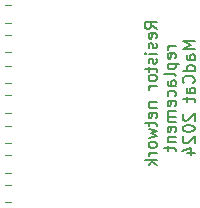
<source format=gbr>
%TF.GenerationSoftware,KiCad,Pcbnew,7.0.11*%
%TF.CreationDate,2024-05-08T00:17:06+03:00*%
%TF.ProjectId,rndip16,726e6469-7031-4362-9e6b-696361645f70,rev?*%
%TF.SameCoordinates,Original*%
%TF.FileFunction,Legend,Bot*%
%TF.FilePolarity,Positive*%
%FSLAX46Y46*%
G04 Gerber Fmt 4.6, Leading zero omitted, Abs format (unit mm)*
G04 Created by KiCad (PCBNEW 7.0.11) date 2024-05-08 00:17:06*
%MOMM*%
%LPD*%
G01*
G04 APERTURE LIST*
%ADD10C,0.150000*%
%ADD11C,0.120000*%
G04 APERTURE END LIST*
D10*
X71859219Y-51342065D02*
X71383028Y-51008732D01*
X71859219Y-50770637D02*
X70859219Y-50770637D01*
X70859219Y-50770637D02*
X70859219Y-51151589D01*
X70859219Y-51151589D02*
X70906838Y-51246827D01*
X70906838Y-51246827D02*
X70954457Y-51294446D01*
X70954457Y-51294446D02*
X71049695Y-51342065D01*
X71049695Y-51342065D02*
X71192552Y-51342065D01*
X71192552Y-51342065D02*
X71287790Y-51294446D01*
X71287790Y-51294446D02*
X71335409Y-51246827D01*
X71335409Y-51246827D02*
X71383028Y-51151589D01*
X71383028Y-51151589D02*
X71383028Y-50770637D01*
X71811600Y-52151589D02*
X71859219Y-52056351D01*
X71859219Y-52056351D02*
X71859219Y-51865875D01*
X71859219Y-51865875D02*
X71811600Y-51770637D01*
X71811600Y-51770637D02*
X71716361Y-51723018D01*
X71716361Y-51723018D02*
X71335409Y-51723018D01*
X71335409Y-51723018D02*
X71240171Y-51770637D01*
X71240171Y-51770637D02*
X71192552Y-51865875D01*
X71192552Y-51865875D02*
X71192552Y-52056351D01*
X71192552Y-52056351D02*
X71240171Y-52151589D01*
X71240171Y-52151589D02*
X71335409Y-52199208D01*
X71335409Y-52199208D02*
X71430647Y-52199208D01*
X71430647Y-52199208D02*
X71525885Y-51723018D01*
X71811600Y-52580161D02*
X71859219Y-52675399D01*
X71859219Y-52675399D02*
X71859219Y-52865875D01*
X71859219Y-52865875D02*
X71811600Y-52961113D01*
X71811600Y-52961113D02*
X71716361Y-53008732D01*
X71716361Y-53008732D02*
X71668742Y-53008732D01*
X71668742Y-53008732D02*
X71573504Y-52961113D01*
X71573504Y-52961113D02*
X71525885Y-52865875D01*
X71525885Y-52865875D02*
X71525885Y-52723018D01*
X71525885Y-52723018D02*
X71478266Y-52627780D01*
X71478266Y-52627780D02*
X71383028Y-52580161D01*
X71383028Y-52580161D02*
X71335409Y-52580161D01*
X71335409Y-52580161D02*
X71240171Y-52627780D01*
X71240171Y-52627780D02*
X71192552Y-52723018D01*
X71192552Y-52723018D02*
X71192552Y-52865875D01*
X71192552Y-52865875D02*
X71240171Y-52961113D01*
X71859219Y-53437304D02*
X71192552Y-53437304D01*
X70859219Y-53437304D02*
X70906838Y-53389685D01*
X70906838Y-53389685D02*
X70954457Y-53437304D01*
X70954457Y-53437304D02*
X70906838Y-53484923D01*
X70906838Y-53484923D02*
X70859219Y-53437304D01*
X70859219Y-53437304D02*
X70954457Y-53437304D01*
X71811600Y-53865875D02*
X71859219Y-53961113D01*
X71859219Y-53961113D02*
X71859219Y-54151589D01*
X71859219Y-54151589D02*
X71811600Y-54246827D01*
X71811600Y-54246827D02*
X71716361Y-54294446D01*
X71716361Y-54294446D02*
X71668742Y-54294446D01*
X71668742Y-54294446D02*
X71573504Y-54246827D01*
X71573504Y-54246827D02*
X71525885Y-54151589D01*
X71525885Y-54151589D02*
X71525885Y-54008732D01*
X71525885Y-54008732D02*
X71478266Y-53913494D01*
X71478266Y-53913494D02*
X71383028Y-53865875D01*
X71383028Y-53865875D02*
X71335409Y-53865875D01*
X71335409Y-53865875D02*
X71240171Y-53913494D01*
X71240171Y-53913494D02*
X71192552Y-54008732D01*
X71192552Y-54008732D02*
X71192552Y-54151589D01*
X71192552Y-54151589D02*
X71240171Y-54246827D01*
X71192552Y-54580161D02*
X71192552Y-54961113D01*
X70859219Y-54723018D02*
X71716361Y-54723018D01*
X71716361Y-54723018D02*
X71811600Y-54770637D01*
X71811600Y-54770637D02*
X71859219Y-54865875D01*
X71859219Y-54865875D02*
X71859219Y-54961113D01*
X71859219Y-55437304D02*
X71811600Y-55342066D01*
X71811600Y-55342066D02*
X71763980Y-55294447D01*
X71763980Y-55294447D02*
X71668742Y-55246828D01*
X71668742Y-55246828D02*
X71383028Y-55246828D01*
X71383028Y-55246828D02*
X71287790Y-55294447D01*
X71287790Y-55294447D02*
X71240171Y-55342066D01*
X71240171Y-55342066D02*
X71192552Y-55437304D01*
X71192552Y-55437304D02*
X71192552Y-55580161D01*
X71192552Y-55580161D02*
X71240171Y-55675399D01*
X71240171Y-55675399D02*
X71287790Y-55723018D01*
X71287790Y-55723018D02*
X71383028Y-55770637D01*
X71383028Y-55770637D02*
X71668742Y-55770637D01*
X71668742Y-55770637D02*
X71763980Y-55723018D01*
X71763980Y-55723018D02*
X71811600Y-55675399D01*
X71811600Y-55675399D02*
X71859219Y-55580161D01*
X71859219Y-55580161D02*
X71859219Y-55437304D01*
X71859219Y-56199209D02*
X71192552Y-56199209D01*
X71383028Y-56199209D02*
X71287790Y-56246828D01*
X71287790Y-56246828D02*
X71240171Y-56294447D01*
X71240171Y-56294447D02*
X71192552Y-56389685D01*
X71192552Y-56389685D02*
X71192552Y-56484923D01*
X71192552Y-57580162D02*
X71859219Y-57580162D01*
X71287790Y-57580162D02*
X71240171Y-57627781D01*
X71240171Y-57627781D02*
X71192552Y-57723019D01*
X71192552Y-57723019D02*
X71192552Y-57865876D01*
X71192552Y-57865876D02*
X71240171Y-57961114D01*
X71240171Y-57961114D02*
X71335409Y-58008733D01*
X71335409Y-58008733D02*
X71859219Y-58008733D01*
X71811600Y-58865876D02*
X71859219Y-58770638D01*
X71859219Y-58770638D02*
X71859219Y-58580162D01*
X71859219Y-58580162D02*
X71811600Y-58484924D01*
X71811600Y-58484924D02*
X71716361Y-58437305D01*
X71716361Y-58437305D02*
X71335409Y-58437305D01*
X71335409Y-58437305D02*
X71240171Y-58484924D01*
X71240171Y-58484924D02*
X71192552Y-58580162D01*
X71192552Y-58580162D02*
X71192552Y-58770638D01*
X71192552Y-58770638D02*
X71240171Y-58865876D01*
X71240171Y-58865876D02*
X71335409Y-58913495D01*
X71335409Y-58913495D02*
X71430647Y-58913495D01*
X71430647Y-58913495D02*
X71525885Y-58437305D01*
X71192552Y-59199210D02*
X71192552Y-59580162D01*
X70859219Y-59342067D02*
X71716361Y-59342067D01*
X71716361Y-59342067D02*
X71811600Y-59389686D01*
X71811600Y-59389686D02*
X71859219Y-59484924D01*
X71859219Y-59484924D02*
X71859219Y-59580162D01*
X71192552Y-59818258D02*
X71859219Y-60008734D01*
X71859219Y-60008734D02*
X71383028Y-60199210D01*
X71383028Y-60199210D02*
X71859219Y-60389686D01*
X71859219Y-60389686D02*
X71192552Y-60580162D01*
X71859219Y-61103972D02*
X71811600Y-61008734D01*
X71811600Y-61008734D02*
X71763980Y-60961115D01*
X71763980Y-60961115D02*
X71668742Y-60913496D01*
X71668742Y-60913496D02*
X71383028Y-60913496D01*
X71383028Y-60913496D02*
X71287790Y-60961115D01*
X71287790Y-60961115D02*
X71240171Y-61008734D01*
X71240171Y-61008734D02*
X71192552Y-61103972D01*
X71192552Y-61103972D02*
X71192552Y-61246829D01*
X71192552Y-61246829D02*
X71240171Y-61342067D01*
X71240171Y-61342067D02*
X71287790Y-61389686D01*
X71287790Y-61389686D02*
X71383028Y-61437305D01*
X71383028Y-61437305D02*
X71668742Y-61437305D01*
X71668742Y-61437305D02*
X71763980Y-61389686D01*
X71763980Y-61389686D02*
X71811600Y-61342067D01*
X71811600Y-61342067D02*
X71859219Y-61246829D01*
X71859219Y-61246829D02*
X71859219Y-61103972D01*
X71859219Y-61865877D02*
X71192552Y-61865877D01*
X71383028Y-61865877D02*
X71287790Y-61913496D01*
X71287790Y-61913496D02*
X71240171Y-61961115D01*
X71240171Y-61961115D02*
X71192552Y-62056353D01*
X71192552Y-62056353D02*
X71192552Y-62151591D01*
X71859219Y-62484925D02*
X70859219Y-62484925D01*
X71478266Y-62580163D02*
X71859219Y-62865877D01*
X71192552Y-62865877D02*
X71573504Y-62484925D01*
X73469219Y-52818256D02*
X72802552Y-52818256D01*
X72993028Y-52818256D02*
X72897790Y-52865875D01*
X72897790Y-52865875D02*
X72850171Y-52913494D01*
X72850171Y-52913494D02*
X72802552Y-53008732D01*
X72802552Y-53008732D02*
X72802552Y-53103970D01*
X73421600Y-53818256D02*
X73469219Y-53723018D01*
X73469219Y-53723018D02*
X73469219Y-53532542D01*
X73469219Y-53532542D02*
X73421600Y-53437304D01*
X73421600Y-53437304D02*
X73326361Y-53389685D01*
X73326361Y-53389685D02*
X72945409Y-53389685D01*
X72945409Y-53389685D02*
X72850171Y-53437304D01*
X72850171Y-53437304D02*
X72802552Y-53532542D01*
X72802552Y-53532542D02*
X72802552Y-53723018D01*
X72802552Y-53723018D02*
X72850171Y-53818256D01*
X72850171Y-53818256D02*
X72945409Y-53865875D01*
X72945409Y-53865875D02*
X73040647Y-53865875D01*
X73040647Y-53865875D02*
X73135885Y-53389685D01*
X72802552Y-54294447D02*
X73802552Y-54294447D01*
X72850171Y-54294447D02*
X72802552Y-54389685D01*
X72802552Y-54389685D02*
X72802552Y-54580161D01*
X72802552Y-54580161D02*
X72850171Y-54675399D01*
X72850171Y-54675399D02*
X72897790Y-54723018D01*
X72897790Y-54723018D02*
X72993028Y-54770637D01*
X72993028Y-54770637D02*
X73278742Y-54770637D01*
X73278742Y-54770637D02*
X73373980Y-54723018D01*
X73373980Y-54723018D02*
X73421600Y-54675399D01*
X73421600Y-54675399D02*
X73469219Y-54580161D01*
X73469219Y-54580161D02*
X73469219Y-54389685D01*
X73469219Y-54389685D02*
X73421600Y-54294447D01*
X73469219Y-55342066D02*
X73421600Y-55246828D01*
X73421600Y-55246828D02*
X73326361Y-55199209D01*
X73326361Y-55199209D02*
X72469219Y-55199209D01*
X73469219Y-56151590D02*
X72945409Y-56151590D01*
X72945409Y-56151590D02*
X72850171Y-56103971D01*
X72850171Y-56103971D02*
X72802552Y-56008733D01*
X72802552Y-56008733D02*
X72802552Y-55818257D01*
X72802552Y-55818257D02*
X72850171Y-55723019D01*
X73421600Y-56151590D02*
X73469219Y-56056352D01*
X73469219Y-56056352D02*
X73469219Y-55818257D01*
X73469219Y-55818257D02*
X73421600Y-55723019D01*
X73421600Y-55723019D02*
X73326361Y-55675400D01*
X73326361Y-55675400D02*
X73231123Y-55675400D01*
X73231123Y-55675400D02*
X73135885Y-55723019D01*
X73135885Y-55723019D02*
X73088266Y-55818257D01*
X73088266Y-55818257D02*
X73088266Y-56056352D01*
X73088266Y-56056352D02*
X73040647Y-56151590D01*
X73421600Y-57056352D02*
X73469219Y-56961114D01*
X73469219Y-56961114D02*
X73469219Y-56770638D01*
X73469219Y-56770638D02*
X73421600Y-56675400D01*
X73421600Y-56675400D02*
X73373980Y-56627781D01*
X73373980Y-56627781D02*
X73278742Y-56580162D01*
X73278742Y-56580162D02*
X72993028Y-56580162D01*
X72993028Y-56580162D02*
X72897790Y-56627781D01*
X72897790Y-56627781D02*
X72850171Y-56675400D01*
X72850171Y-56675400D02*
X72802552Y-56770638D01*
X72802552Y-56770638D02*
X72802552Y-56961114D01*
X72802552Y-56961114D02*
X72850171Y-57056352D01*
X73421600Y-57865876D02*
X73469219Y-57770638D01*
X73469219Y-57770638D02*
X73469219Y-57580162D01*
X73469219Y-57580162D02*
X73421600Y-57484924D01*
X73421600Y-57484924D02*
X73326361Y-57437305D01*
X73326361Y-57437305D02*
X72945409Y-57437305D01*
X72945409Y-57437305D02*
X72850171Y-57484924D01*
X72850171Y-57484924D02*
X72802552Y-57580162D01*
X72802552Y-57580162D02*
X72802552Y-57770638D01*
X72802552Y-57770638D02*
X72850171Y-57865876D01*
X72850171Y-57865876D02*
X72945409Y-57913495D01*
X72945409Y-57913495D02*
X73040647Y-57913495D01*
X73040647Y-57913495D02*
X73135885Y-57437305D01*
X73469219Y-58342067D02*
X72802552Y-58342067D01*
X72897790Y-58342067D02*
X72850171Y-58389686D01*
X72850171Y-58389686D02*
X72802552Y-58484924D01*
X72802552Y-58484924D02*
X72802552Y-58627781D01*
X72802552Y-58627781D02*
X72850171Y-58723019D01*
X72850171Y-58723019D02*
X72945409Y-58770638D01*
X72945409Y-58770638D02*
X73469219Y-58770638D01*
X72945409Y-58770638D02*
X72850171Y-58818257D01*
X72850171Y-58818257D02*
X72802552Y-58913495D01*
X72802552Y-58913495D02*
X72802552Y-59056352D01*
X72802552Y-59056352D02*
X72850171Y-59151591D01*
X72850171Y-59151591D02*
X72945409Y-59199210D01*
X72945409Y-59199210D02*
X73469219Y-59199210D01*
X73421600Y-60056352D02*
X73469219Y-59961114D01*
X73469219Y-59961114D02*
X73469219Y-59770638D01*
X73469219Y-59770638D02*
X73421600Y-59675400D01*
X73421600Y-59675400D02*
X73326361Y-59627781D01*
X73326361Y-59627781D02*
X72945409Y-59627781D01*
X72945409Y-59627781D02*
X72850171Y-59675400D01*
X72850171Y-59675400D02*
X72802552Y-59770638D01*
X72802552Y-59770638D02*
X72802552Y-59961114D01*
X72802552Y-59961114D02*
X72850171Y-60056352D01*
X72850171Y-60056352D02*
X72945409Y-60103971D01*
X72945409Y-60103971D02*
X73040647Y-60103971D01*
X73040647Y-60103971D02*
X73135885Y-59627781D01*
X72802552Y-60532543D02*
X73469219Y-60532543D01*
X72897790Y-60532543D02*
X72850171Y-60580162D01*
X72850171Y-60580162D02*
X72802552Y-60675400D01*
X72802552Y-60675400D02*
X72802552Y-60818257D01*
X72802552Y-60818257D02*
X72850171Y-60913495D01*
X72850171Y-60913495D02*
X72945409Y-60961114D01*
X72945409Y-60961114D02*
X73469219Y-60961114D01*
X72802552Y-61294448D02*
X72802552Y-61675400D01*
X72469219Y-61437305D02*
X73326361Y-61437305D01*
X73326361Y-61437305D02*
X73421600Y-61484924D01*
X73421600Y-61484924D02*
X73469219Y-61580162D01*
X73469219Y-61580162D02*
X73469219Y-61675400D01*
X75079219Y-52413495D02*
X74079219Y-52413495D01*
X74079219Y-52413495D02*
X74793504Y-52746828D01*
X74793504Y-52746828D02*
X74079219Y-53080161D01*
X74079219Y-53080161D02*
X75079219Y-53080161D01*
X75079219Y-53984923D02*
X74555409Y-53984923D01*
X74555409Y-53984923D02*
X74460171Y-53937304D01*
X74460171Y-53937304D02*
X74412552Y-53842066D01*
X74412552Y-53842066D02*
X74412552Y-53651590D01*
X74412552Y-53651590D02*
X74460171Y-53556352D01*
X75031600Y-53984923D02*
X75079219Y-53889685D01*
X75079219Y-53889685D02*
X75079219Y-53651590D01*
X75079219Y-53651590D02*
X75031600Y-53556352D01*
X75031600Y-53556352D02*
X74936361Y-53508733D01*
X74936361Y-53508733D02*
X74841123Y-53508733D01*
X74841123Y-53508733D02*
X74745885Y-53556352D01*
X74745885Y-53556352D02*
X74698266Y-53651590D01*
X74698266Y-53651590D02*
X74698266Y-53889685D01*
X74698266Y-53889685D02*
X74650647Y-53984923D01*
X75079219Y-54889685D02*
X74079219Y-54889685D01*
X75031600Y-54889685D02*
X75079219Y-54794447D01*
X75079219Y-54794447D02*
X75079219Y-54603971D01*
X75079219Y-54603971D02*
X75031600Y-54508733D01*
X75031600Y-54508733D02*
X74983980Y-54461114D01*
X74983980Y-54461114D02*
X74888742Y-54413495D01*
X74888742Y-54413495D02*
X74603028Y-54413495D01*
X74603028Y-54413495D02*
X74507790Y-54461114D01*
X74507790Y-54461114D02*
X74460171Y-54508733D01*
X74460171Y-54508733D02*
X74412552Y-54603971D01*
X74412552Y-54603971D02*
X74412552Y-54794447D01*
X74412552Y-54794447D02*
X74460171Y-54889685D01*
X74983980Y-55937304D02*
X75031600Y-55889685D01*
X75031600Y-55889685D02*
X75079219Y-55746828D01*
X75079219Y-55746828D02*
X75079219Y-55651590D01*
X75079219Y-55651590D02*
X75031600Y-55508733D01*
X75031600Y-55508733D02*
X74936361Y-55413495D01*
X74936361Y-55413495D02*
X74841123Y-55365876D01*
X74841123Y-55365876D02*
X74650647Y-55318257D01*
X74650647Y-55318257D02*
X74507790Y-55318257D01*
X74507790Y-55318257D02*
X74317314Y-55365876D01*
X74317314Y-55365876D02*
X74222076Y-55413495D01*
X74222076Y-55413495D02*
X74126838Y-55508733D01*
X74126838Y-55508733D02*
X74079219Y-55651590D01*
X74079219Y-55651590D02*
X74079219Y-55746828D01*
X74079219Y-55746828D02*
X74126838Y-55889685D01*
X74126838Y-55889685D02*
X74174457Y-55937304D01*
X75079219Y-56794447D02*
X74555409Y-56794447D01*
X74555409Y-56794447D02*
X74460171Y-56746828D01*
X74460171Y-56746828D02*
X74412552Y-56651590D01*
X74412552Y-56651590D02*
X74412552Y-56461114D01*
X74412552Y-56461114D02*
X74460171Y-56365876D01*
X75031600Y-56794447D02*
X75079219Y-56699209D01*
X75079219Y-56699209D02*
X75079219Y-56461114D01*
X75079219Y-56461114D02*
X75031600Y-56365876D01*
X75031600Y-56365876D02*
X74936361Y-56318257D01*
X74936361Y-56318257D02*
X74841123Y-56318257D01*
X74841123Y-56318257D02*
X74745885Y-56365876D01*
X74745885Y-56365876D02*
X74698266Y-56461114D01*
X74698266Y-56461114D02*
X74698266Y-56699209D01*
X74698266Y-56699209D02*
X74650647Y-56794447D01*
X74412552Y-57127781D02*
X74412552Y-57508733D01*
X74079219Y-57270638D02*
X74936361Y-57270638D01*
X74936361Y-57270638D02*
X75031600Y-57318257D01*
X75031600Y-57318257D02*
X75079219Y-57413495D01*
X75079219Y-57413495D02*
X75079219Y-57508733D01*
X74174457Y-58556353D02*
X74126838Y-58603972D01*
X74126838Y-58603972D02*
X74079219Y-58699210D01*
X74079219Y-58699210D02*
X74079219Y-58937305D01*
X74079219Y-58937305D02*
X74126838Y-59032543D01*
X74126838Y-59032543D02*
X74174457Y-59080162D01*
X74174457Y-59080162D02*
X74269695Y-59127781D01*
X74269695Y-59127781D02*
X74364933Y-59127781D01*
X74364933Y-59127781D02*
X74507790Y-59080162D01*
X74507790Y-59080162D02*
X75079219Y-58508734D01*
X75079219Y-58508734D02*
X75079219Y-59127781D01*
X74079219Y-59746829D02*
X74079219Y-59842067D01*
X74079219Y-59842067D02*
X74126838Y-59937305D01*
X74126838Y-59937305D02*
X74174457Y-59984924D01*
X74174457Y-59984924D02*
X74269695Y-60032543D01*
X74269695Y-60032543D02*
X74460171Y-60080162D01*
X74460171Y-60080162D02*
X74698266Y-60080162D01*
X74698266Y-60080162D02*
X74888742Y-60032543D01*
X74888742Y-60032543D02*
X74983980Y-59984924D01*
X74983980Y-59984924D02*
X75031600Y-59937305D01*
X75031600Y-59937305D02*
X75079219Y-59842067D01*
X75079219Y-59842067D02*
X75079219Y-59746829D01*
X75079219Y-59746829D02*
X75031600Y-59651591D01*
X75031600Y-59651591D02*
X74983980Y-59603972D01*
X74983980Y-59603972D02*
X74888742Y-59556353D01*
X74888742Y-59556353D02*
X74698266Y-59508734D01*
X74698266Y-59508734D02*
X74460171Y-59508734D01*
X74460171Y-59508734D02*
X74269695Y-59556353D01*
X74269695Y-59556353D02*
X74174457Y-59603972D01*
X74174457Y-59603972D02*
X74126838Y-59651591D01*
X74126838Y-59651591D02*
X74079219Y-59746829D01*
X74174457Y-60461115D02*
X74126838Y-60508734D01*
X74126838Y-60508734D02*
X74079219Y-60603972D01*
X74079219Y-60603972D02*
X74079219Y-60842067D01*
X74079219Y-60842067D02*
X74126838Y-60937305D01*
X74126838Y-60937305D02*
X74174457Y-60984924D01*
X74174457Y-60984924D02*
X74269695Y-61032543D01*
X74269695Y-61032543D02*
X74364933Y-61032543D01*
X74364933Y-61032543D02*
X74507790Y-60984924D01*
X74507790Y-60984924D02*
X75079219Y-60413496D01*
X75079219Y-60413496D02*
X75079219Y-61032543D01*
X74412552Y-61889686D02*
X75079219Y-61889686D01*
X74031600Y-61651591D02*
X74745885Y-61413496D01*
X74745885Y-61413496D02*
X74745885Y-62032543D01*
D11*
%TO.C,R15*%
X59527064Y-50835000D02*
X59072936Y-50835000D01*
X59527064Y-49365000D02*
X59072936Y-49365000D01*
%TO.C,R11*%
X59527064Y-61035000D02*
X59072936Y-61035000D01*
X59527064Y-59565000D02*
X59072936Y-59565000D01*
%TO.C,R10*%
X59527064Y-63535000D02*
X59072936Y-63535000D01*
X59527064Y-62065000D02*
X59072936Y-62065000D01*
%TO.C,R9*%
X59527064Y-66035000D02*
X59072936Y-66035000D01*
X59527064Y-64565000D02*
X59072936Y-64565000D01*
%TO.C,R13*%
X59527064Y-55935000D02*
X59072936Y-55935000D01*
X59527064Y-54465000D02*
X59072936Y-54465000D01*
%TO.C,R12*%
X59527064Y-58435000D02*
X59072936Y-58435000D01*
X59527064Y-56965000D02*
X59072936Y-56965000D01*
%TO.C,R14*%
X59527064Y-53335000D02*
X59072936Y-53335000D01*
X59527064Y-51865000D02*
X59072936Y-51865000D01*
%TD*%
M02*

</source>
